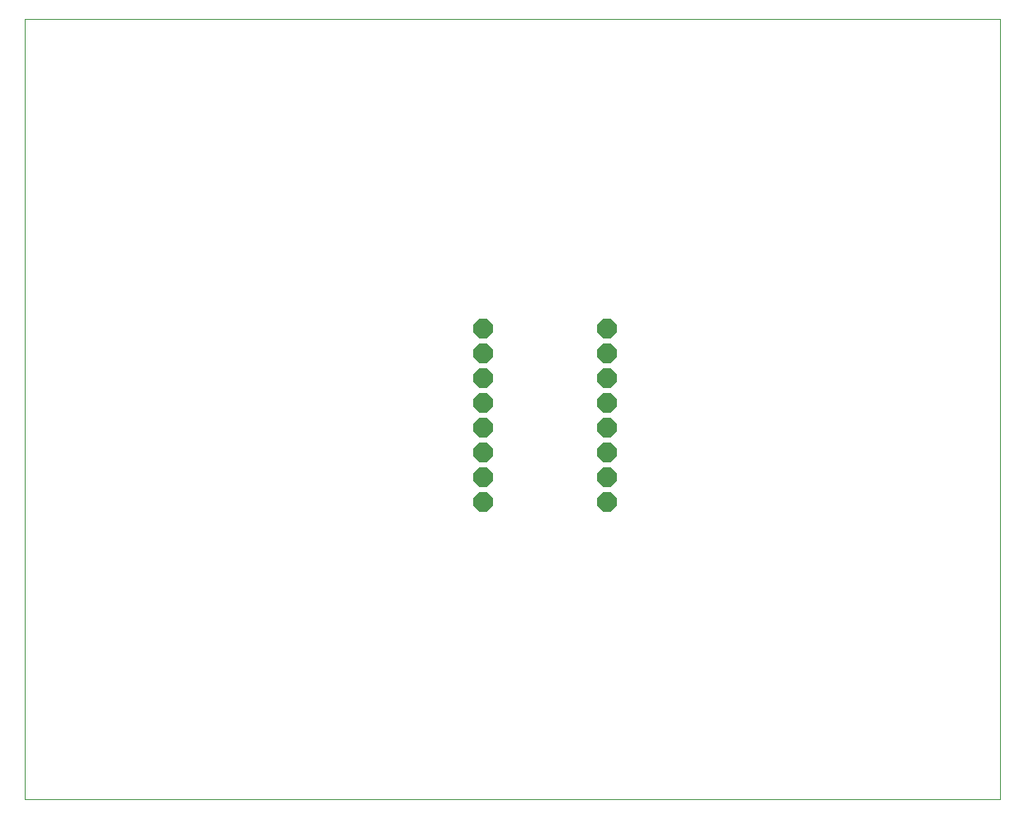
<source format=gbs>
G75*
%MOIN*%
%OFA0B0*%
%FSLAX25Y25*%
%IPPOS*%
%LPD*%
%AMOC8*
5,1,8,0,0,1.08239X$1,22.5*
%
%ADD10C,0.00000*%
%ADD11OC8,0.07800*%
D10*
X0001000Y0001000D02*
X0001000Y0315961D01*
X0394701Y0315961D01*
X0394701Y0001000D01*
X0001000Y0001000D01*
D11*
X0186000Y0121000D03*
X0186000Y0131000D03*
X0186000Y0141000D03*
X0186000Y0151000D03*
X0186000Y0161000D03*
X0186000Y0171000D03*
X0186000Y0181000D03*
X0186000Y0191000D03*
X0236000Y0191000D03*
X0236000Y0181000D03*
X0236000Y0171000D03*
X0236000Y0161000D03*
X0236000Y0151000D03*
X0236000Y0141000D03*
X0236000Y0131000D03*
X0236000Y0121000D03*
M02*

</source>
